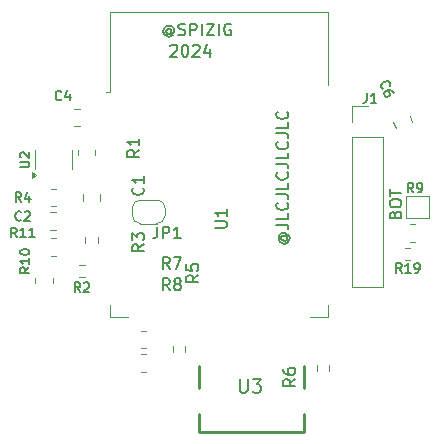
<source format=gbr>
%TF.GenerationSoftware,KiCad,Pcbnew,8.0.0*%
%TF.CreationDate,2024-03-22T20:52:57+01:00*%
%TF.ProjectId,rotatror,726f7461-7472-46f7-922e-6b696361645f,rev?*%
%TF.SameCoordinates,Original*%
%TF.FileFunction,Legend,Top*%
%TF.FilePolarity,Positive*%
%FSLAX46Y46*%
G04 Gerber Fmt 4.6, Leading zero omitted, Abs format (unit mm)*
G04 Created by KiCad (PCBNEW 8.0.0) date 2024-03-22 20:52:57*
%MOMM*%
%LPD*%
G01*
G04 APERTURE LIST*
%ADD10C,0.150000*%
%ADD11C,0.152000*%
%ADD12C,0.120000*%
%ADD13C,0.254000*%
G04 APERTURE END LIST*
D10*
X119393628Y-82844173D02*
X119346009Y-82891792D01*
X119346009Y-82891792D02*
X119298390Y-82987030D01*
X119298390Y-82987030D02*
X119298390Y-83082268D01*
X119298390Y-83082268D02*
X119346009Y-83177506D01*
X119346009Y-83177506D02*
X119393628Y-83225125D01*
X119393628Y-83225125D02*
X119488866Y-83272744D01*
X119488866Y-83272744D02*
X119584104Y-83272744D01*
X119584104Y-83272744D02*
X119679342Y-83225125D01*
X119679342Y-83225125D02*
X119726961Y-83177506D01*
X119726961Y-83177506D02*
X119774580Y-83082268D01*
X119774580Y-83082268D02*
X119774580Y-82987030D01*
X119774580Y-82987030D02*
X119726961Y-82891792D01*
X119726961Y-82891792D02*
X119679342Y-82844173D01*
X119298390Y-82844173D02*
X119679342Y-82844173D01*
X119679342Y-82844173D02*
X119726961Y-82796554D01*
X119726961Y-82796554D02*
X119726961Y-82748935D01*
X119726961Y-82748935D02*
X119679342Y-82653696D01*
X119679342Y-82653696D02*
X119584104Y-82606077D01*
X119584104Y-82606077D02*
X119346009Y-82606077D01*
X119346009Y-82606077D02*
X119203152Y-82701316D01*
X119203152Y-82701316D02*
X119107914Y-82844173D01*
X119107914Y-82844173D02*
X119060295Y-83034649D01*
X119060295Y-83034649D02*
X119107914Y-83225125D01*
X119107914Y-83225125D02*
X119203152Y-83367982D01*
X119203152Y-83367982D02*
X119346009Y-83463220D01*
X119346009Y-83463220D02*
X119536485Y-83510839D01*
X119536485Y-83510839D02*
X119726961Y-83463220D01*
X119726961Y-83463220D02*
X119869819Y-83367982D01*
X119869819Y-83367982D02*
X119965057Y-83225125D01*
X119965057Y-83225125D02*
X120012676Y-83034649D01*
X120012676Y-83034649D02*
X119965057Y-82844173D01*
X119965057Y-82844173D02*
X119869819Y-82701316D01*
X118869819Y-81891792D02*
X119584104Y-81891792D01*
X119584104Y-81891792D02*
X119726961Y-81939411D01*
X119726961Y-81939411D02*
X119822200Y-82034649D01*
X119822200Y-82034649D02*
X119869819Y-82177506D01*
X119869819Y-82177506D02*
X119869819Y-82272744D01*
X119869819Y-80939411D02*
X119869819Y-81415601D01*
X119869819Y-81415601D02*
X118869819Y-81415601D01*
X119774580Y-80034649D02*
X119822200Y-80082268D01*
X119822200Y-80082268D02*
X119869819Y-80225125D01*
X119869819Y-80225125D02*
X119869819Y-80320363D01*
X119869819Y-80320363D02*
X119822200Y-80463220D01*
X119822200Y-80463220D02*
X119726961Y-80558458D01*
X119726961Y-80558458D02*
X119631723Y-80606077D01*
X119631723Y-80606077D02*
X119441247Y-80653696D01*
X119441247Y-80653696D02*
X119298390Y-80653696D01*
X119298390Y-80653696D02*
X119107914Y-80606077D01*
X119107914Y-80606077D02*
X119012676Y-80558458D01*
X119012676Y-80558458D02*
X118917438Y-80463220D01*
X118917438Y-80463220D02*
X118869819Y-80320363D01*
X118869819Y-80320363D02*
X118869819Y-80225125D01*
X118869819Y-80225125D02*
X118917438Y-80082268D01*
X118917438Y-80082268D02*
X118965057Y-80034649D01*
X118869819Y-79320363D02*
X119584104Y-79320363D01*
X119584104Y-79320363D02*
X119726961Y-79367982D01*
X119726961Y-79367982D02*
X119822200Y-79463220D01*
X119822200Y-79463220D02*
X119869819Y-79606077D01*
X119869819Y-79606077D02*
X119869819Y-79701315D01*
X119869819Y-78367982D02*
X119869819Y-78844172D01*
X119869819Y-78844172D02*
X118869819Y-78844172D01*
X119774580Y-77463220D02*
X119822200Y-77510839D01*
X119822200Y-77510839D02*
X119869819Y-77653696D01*
X119869819Y-77653696D02*
X119869819Y-77748934D01*
X119869819Y-77748934D02*
X119822200Y-77891791D01*
X119822200Y-77891791D02*
X119726961Y-77987029D01*
X119726961Y-77987029D02*
X119631723Y-78034648D01*
X119631723Y-78034648D02*
X119441247Y-78082267D01*
X119441247Y-78082267D02*
X119298390Y-78082267D01*
X119298390Y-78082267D02*
X119107914Y-78034648D01*
X119107914Y-78034648D02*
X119012676Y-77987029D01*
X119012676Y-77987029D02*
X118917438Y-77891791D01*
X118917438Y-77891791D02*
X118869819Y-77748934D01*
X118869819Y-77748934D02*
X118869819Y-77653696D01*
X118869819Y-77653696D02*
X118917438Y-77510839D01*
X118917438Y-77510839D02*
X118965057Y-77463220D01*
X118869819Y-76748934D02*
X119584104Y-76748934D01*
X119584104Y-76748934D02*
X119726961Y-76796553D01*
X119726961Y-76796553D02*
X119822200Y-76891791D01*
X119822200Y-76891791D02*
X119869819Y-77034648D01*
X119869819Y-77034648D02*
X119869819Y-77129886D01*
X119869819Y-75796553D02*
X119869819Y-76272743D01*
X119869819Y-76272743D02*
X118869819Y-76272743D01*
X119774580Y-74891791D02*
X119822200Y-74939410D01*
X119822200Y-74939410D02*
X119869819Y-75082267D01*
X119869819Y-75082267D02*
X119869819Y-75177505D01*
X119869819Y-75177505D02*
X119822200Y-75320362D01*
X119822200Y-75320362D02*
X119726961Y-75415600D01*
X119726961Y-75415600D02*
X119631723Y-75463219D01*
X119631723Y-75463219D02*
X119441247Y-75510838D01*
X119441247Y-75510838D02*
X119298390Y-75510838D01*
X119298390Y-75510838D02*
X119107914Y-75463219D01*
X119107914Y-75463219D02*
X119012676Y-75415600D01*
X119012676Y-75415600D02*
X118917438Y-75320362D01*
X118917438Y-75320362D02*
X118869819Y-75177505D01*
X118869819Y-75177505D02*
X118869819Y-75082267D01*
X118869819Y-75082267D02*
X118917438Y-74939410D01*
X118917438Y-74939410D02*
X118965057Y-74891791D01*
X118869819Y-74177505D02*
X119584104Y-74177505D01*
X119584104Y-74177505D02*
X119726961Y-74225124D01*
X119726961Y-74225124D02*
X119822200Y-74320362D01*
X119822200Y-74320362D02*
X119869819Y-74463219D01*
X119869819Y-74463219D02*
X119869819Y-74558457D01*
X119869819Y-73225124D02*
X119869819Y-73701314D01*
X119869819Y-73701314D02*
X118869819Y-73701314D01*
X119774580Y-72320362D02*
X119822200Y-72367981D01*
X119822200Y-72367981D02*
X119869819Y-72510838D01*
X119869819Y-72510838D02*
X119869819Y-72606076D01*
X119869819Y-72606076D02*
X119822200Y-72748933D01*
X119822200Y-72748933D02*
X119726961Y-72844171D01*
X119726961Y-72844171D02*
X119631723Y-72891790D01*
X119631723Y-72891790D02*
X119441247Y-72939409D01*
X119441247Y-72939409D02*
X119298390Y-72939409D01*
X119298390Y-72939409D02*
X119107914Y-72891790D01*
X119107914Y-72891790D02*
X119012676Y-72844171D01*
X119012676Y-72844171D02*
X118917438Y-72748933D01*
X118917438Y-72748933D02*
X118869819Y-72606076D01*
X118869819Y-72606076D02*
X118869819Y-72510838D01*
X118869819Y-72510838D02*
X118917438Y-72367981D01*
X118917438Y-72367981D02*
X118965057Y-72320362D01*
X109955826Y-65393628D02*
X109908207Y-65346009D01*
X109908207Y-65346009D02*
X109812969Y-65298390D01*
X109812969Y-65298390D02*
X109717731Y-65298390D01*
X109717731Y-65298390D02*
X109622493Y-65346009D01*
X109622493Y-65346009D02*
X109574874Y-65393628D01*
X109574874Y-65393628D02*
X109527255Y-65488866D01*
X109527255Y-65488866D02*
X109527255Y-65584104D01*
X109527255Y-65584104D02*
X109574874Y-65679342D01*
X109574874Y-65679342D02*
X109622493Y-65726961D01*
X109622493Y-65726961D02*
X109717731Y-65774580D01*
X109717731Y-65774580D02*
X109812969Y-65774580D01*
X109812969Y-65774580D02*
X109908207Y-65726961D01*
X109908207Y-65726961D02*
X109955826Y-65679342D01*
X109955826Y-65298390D02*
X109955826Y-65679342D01*
X109955826Y-65679342D02*
X110003445Y-65726961D01*
X110003445Y-65726961D02*
X110051064Y-65726961D01*
X110051064Y-65726961D02*
X110146303Y-65679342D01*
X110146303Y-65679342D02*
X110193922Y-65584104D01*
X110193922Y-65584104D02*
X110193922Y-65346009D01*
X110193922Y-65346009D02*
X110098684Y-65203152D01*
X110098684Y-65203152D02*
X109955826Y-65107914D01*
X109955826Y-65107914D02*
X109765350Y-65060295D01*
X109765350Y-65060295D02*
X109574874Y-65107914D01*
X109574874Y-65107914D02*
X109432017Y-65203152D01*
X109432017Y-65203152D02*
X109336779Y-65346009D01*
X109336779Y-65346009D02*
X109289160Y-65536485D01*
X109289160Y-65536485D02*
X109336779Y-65726961D01*
X109336779Y-65726961D02*
X109432017Y-65869819D01*
X109432017Y-65869819D02*
X109574874Y-65965057D01*
X109574874Y-65965057D02*
X109765350Y-66012676D01*
X109765350Y-66012676D02*
X109955826Y-65965057D01*
X109955826Y-65965057D02*
X110098684Y-65869819D01*
X110574874Y-65822200D02*
X110717731Y-65869819D01*
X110717731Y-65869819D02*
X110955826Y-65869819D01*
X110955826Y-65869819D02*
X111051064Y-65822200D01*
X111051064Y-65822200D02*
X111098683Y-65774580D01*
X111098683Y-65774580D02*
X111146302Y-65679342D01*
X111146302Y-65679342D02*
X111146302Y-65584104D01*
X111146302Y-65584104D02*
X111098683Y-65488866D01*
X111098683Y-65488866D02*
X111051064Y-65441247D01*
X111051064Y-65441247D02*
X110955826Y-65393628D01*
X110955826Y-65393628D02*
X110765350Y-65346009D01*
X110765350Y-65346009D02*
X110670112Y-65298390D01*
X110670112Y-65298390D02*
X110622493Y-65250771D01*
X110622493Y-65250771D02*
X110574874Y-65155533D01*
X110574874Y-65155533D02*
X110574874Y-65060295D01*
X110574874Y-65060295D02*
X110622493Y-64965057D01*
X110622493Y-64965057D02*
X110670112Y-64917438D01*
X110670112Y-64917438D02*
X110765350Y-64869819D01*
X110765350Y-64869819D02*
X111003445Y-64869819D01*
X111003445Y-64869819D02*
X111146302Y-64917438D01*
X111574874Y-65869819D02*
X111574874Y-64869819D01*
X111574874Y-64869819D02*
X111955826Y-64869819D01*
X111955826Y-64869819D02*
X112051064Y-64917438D01*
X112051064Y-64917438D02*
X112098683Y-64965057D01*
X112098683Y-64965057D02*
X112146302Y-65060295D01*
X112146302Y-65060295D02*
X112146302Y-65203152D01*
X112146302Y-65203152D02*
X112098683Y-65298390D01*
X112098683Y-65298390D02*
X112051064Y-65346009D01*
X112051064Y-65346009D02*
X111955826Y-65393628D01*
X111955826Y-65393628D02*
X111574874Y-65393628D01*
X112574874Y-65869819D02*
X112574874Y-64869819D01*
X112955826Y-64869819D02*
X113622492Y-64869819D01*
X113622492Y-64869819D02*
X112955826Y-65869819D01*
X112955826Y-65869819D02*
X113622492Y-65869819D01*
X114003445Y-65869819D02*
X114003445Y-64869819D01*
X115003444Y-64917438D02*
X114908206Y-64869819D01*
X114908206Y-64869819D02*
X114765349Y-64869819D01*
X114765349Y-64869819D02*
X114622492Y-64917438D01*
X114622492Y-64917438D02*
X114527254Y-65012676D01*
X114527254Y-65012676D02*
X114479635Y-65107914D01*
X114479635Y-65107914D02*
X114432016Y-65298390D01*
X114432016Y-65298390D02*
X114432016Y-65441247D01*
X114432016Y-65441247D02*
X114479635Y-65631723D01*
X114479635Y-65631723D02*
X114527254Y-65726961D01*
X114527254Y-65726961D02*
X114622492Y-65822200D01*
X114622492Y-65822200D02*
X114765349Y-65869819D01*
X114765349Y-65869819D02*
X114860587Y-65869819D01*
X114860587Y-65869819D02*
X115003444Y-65822200D01*
X115003444Y-65822200D02*
X115051063Y-65774580D01*
X115051063Y-65774580D02*
X115051063Y-65441247D01*
X115051063Y-65441247D02*
X114860587Y-65441247D01*
X109889160Y-66765057D02*
X109936779Y-66717438D01*
X109936779Y-66717438D02*
X110032017Y-66669819D01*
X110032017Y-66669819D02*
X110270112Y-66669819D01*
X110270112Y-66669819D02*
X110365350Y-66717438D01*
X110365350Y-66717438D02*
X110412969Y-66765057D01*
X110412969Y-66765057D02*
X110460588Y-66860295D01*
X110460588Y-66860295D02*
X110460588Y-66955533D01*
X110460588Y-66955533D02*
X110412969Y-67098390D01*
X110412969Y-67098390D02*
X109841541Y-67669819D01*
X109841541Y-67669819D02*
X110460588Y-67669819D01*
X111079636Y-66669819D02*
X111174874Y-66669819D01*
X111174874Y-66669819D02*
X111270112Y-66717438D01*
X111270112Y-66717438D02*
X111317731Y-66765057D01*
X111317731Y-66765057D02*
X111365350Y-66860295D01*
X111365350Y-66860295D02*
X111412969Y-67050771D01*
X111412969Y-67050771D02*
X111412969Y-67288866D01*
X111412969Y-67288866D02*
X111365350Y-67479342D01*
X111365350Y-67479342D02*
X111317731Y-67574580D01*
X111317731Y-67574580D02*
X111270112Y-67622200D01*
X111270112Y-67622200D02*
X111174874Y-67669819D01*
X111174874Y-67669819D02*
X111079636Y-67669819D01*
X111079636Y-67669819D02*
X110984398Y-67622200D01*
X110984398Y-67622200D02*
X110936779Y-67574580D01*
X110936779Y-67574580D02*
X110889160Y-67479342D01*
X110889160Y-67479342D02*
X110841541Y-67288866D01*
X110841541Y-67288866D02*
X110841541Y-67050771D01*
X110841541Y-67050771D02*
X110889160Y-66860295D01*
X110889160Y-66860295D02*
X110936779Y-66765057D01*
X110936779Y-66765057D02*
X110984398Y-66717438D01*
X110984398Y-66717438D02*
X111079636Y-66669819D01*
X111793922Y-66765057D02*
X111841541Y-66717438D01*
X111841541Y-66717438D02*
X111936779Y-66669819D01*
X111936779Y-66669819D02*
X112174874Y-66669819D01*
X112174874Y-66669819D02*
X112270112Y-66717438D01*
X112270112Y-66717438D02*
X112317731Y-66765057D01*
X112317731Y-66765057D02*
X112365350Y-66860295D01*
X112365350Y-66860295D02*
X112365350Y-66955533D01*
X112365350Y-66955533D02*
X112317731Y-67098390D01*
X112317731Y-67098390D02*
X111746303Y-67669819D01*
X111746303Y-67669819D02*
X112365350Y-67669819D01*
X113222493Y-67003152D02*
X113222493Y-67669819D01*
X112984398Y-66622200D02*
X112746303Y-67336485D01*
X112746303Y-67336485D02*
X113365350Y-67336485D01*
X129485714Y-85962295D02*
X129219047Y-85581342D01*
X129028571Y-85962295D02*
X129028571Y-85162295D01*
X129028571Y-85162295D02*
X129333333Y-85162295D01*
X129333333Y-85162295D02*
X129409523Y-85200390D01*
X129409523Y-85200390D02*
X129447618Y-85238485D01*
X129447618Y-85238485D02*
X129485714Y-85314676D01*
X129485714Y-85314676D02*
X129485714Y-85428961D01*
X129485714Y-85428961D02*
X129447618Y-85505152D01*
X129447618Y-85505152D02*
X129409523Y-85543247D01*
X129409523Y-85543247D02*
X129333333Y-85581342D01*
X129333333Y-85581342D02*
X129028571Y-85581342D01*
X130247618Y-85962295D02*
X129790475Y-85962295D01*
X130019047Y-85962295D02*
X130019047Y-85162295D01*
X130019047Y-85162295D02*
X129942856Y-85276580D01*
X129942856Y-85276580D02*
X129866666Y-85352771D01*
X129866666Y-85352771D02*
X129790475Y-85390866D01*
X130628571Y-85962295D02*
X130780952Y-85962295D01*
X130780952Y-85962295D02*
X130857142Y-85924200D01*
X130857142Y-85924200D02*
X130895238Y-85886104D01*
X130895238Y-85886104D02*
X130971428Y-85771819D01*
X130971428Y-85771819D02*
X131009523Y-85619438D01*
X131009523Y-85619438D02*
X131009523Y-85314676D01*
X131009523Y-85314676D02*
X130971428Y-85238485D01*
X130971428Y-85238485D02*
X130933333Y-85200390D01*
X130933333Y-85200390D02*
X130857142Y-85162295D01*
X130857142Y-85162295D02*
X130704761Y-85162295D01*
X130704761Y-85162295D02*
X130628571Y-85200390D01*
X130628571Y-85200390D02*
X130590476Y-85238485D01*
X130590476Y-85238485D02*
X130552380Y-85314676D01*
X130552380Y-85314676D02*
X130552380Y-85505152D01*
X130552380Y-85505152D02*
X130590476Y-85581342D01*
X130590476Y-85581342D02*
X130628571Y-85619438D01*
X130628571Y-85619438D02*
X130704761Y-85657533D01*
X130704761Y-85657533D02*
X130857142Y-85657533D01*
X130857142Y-85657533D02*
X130933333Y-85619438D01*
X130933333Y-85619438D02*
X130971428Y-85581342D01*
X130971428Y-85581342D02*
X131009523Y-85505152D01*
X108766666Y-82054819D02*
X108766666Y-82769104D01*
X108766666Y-82769104D02*
X108719047Y-82911961D01*
X108719047Y-82911961D02*
X108623809Y-83007200D01*
X108623809Y-83007200D02*
X108480952Y-83054819D01*
X108480952Y-83054819D02*
X108385714Y-83054819D01*
X109242857Y-83054819D02*
X109242857Y-82054819D01*
X109242857Y-82054819D02*
X109623809Y-82054819D01*
X109623809Y-82054819D02*
X109719047Y-82102438D01*
X109719047Y-82102438D02*
X109766666Y-82150057D01*
X109766666Y-82150057D02*
X109814285Y-82245295D01*
X109814285Y-82245295D02*
X109814285Y-82388152D01*
X109814285Y-82388152D02*
X109766666Y-82483390D01*
X109766666Y-82483390D02*
X109719047Y-82531009D01*
X109719047Y-82531009D02*
X109623809Y-82578628D01*
X109623809Y-82578628D02*
X109242857Y-82578628D01*
X110766666Y-83054819D02*
X110195238Y-83054819D01*
X110480952Y-83054819D02*
X110480952Y-82054819D01*
X110480952Y-82054819D02*
X110385714Y-82197676D01*
X110385714Y-82197676D02*
X110290476Y-82292914D01*
X110290476Y-82292914D02*
X110195238Y-82340533D01*
X127885546Y-70372561D02*
X127836719Y-70349793D01*
X127836719Y-70349793D02*
X127761833Y-70255429D01*
X127761833Y-70255429D02*
X127735775Y-70183833D01*
X127735775Y-70183833D02*
X127732485Y-70063410D01*
X127732485Y-70063410D02*
X127778021Y-69965756D01*
X127778021Y-69965756D02*
X127836588Y-69903899D01*
X127836588Y-69903899D02*
X127966750Y-69815984D01*
X127966750Y-69815984D02*
X128074143Y-69776896D01*
X128074143Y-69776896D02*
X128230364Y-69760577D01*
X128230364Y-69760577D02*
X128314989Y-69770316D01*
X128314989Y-69770316D02*
X128412643Y-69815853D01*
X128412643Y-69815853D02*
X128487529Y-69910217D01*
X128487529Y-69910217D02*
X128513588Y-69981812D01*
X128513588Y-69981812D02*
X128516878Y-70102235D01*
X128516878Y-70102235D02*
X128494109Y-70151062D01*
X128800233Y-70769364D02*
X128748116Y-70626173D01*
X128748116Y-70626173D02*
X128686259Y-70567607D01*
X128686259Y-70567607D02*
X128637432Y-70544838D01*
X128637432Y-70544838D02*
X128503980Y-70512331D01*
X128503980Y-70512331D02*
X128347759Y-70528650D01*
X128347759Y-70528650D02*
X128061377Y-70632885D01*
X128061377Y-70632885D02*
X128002810Y-70694741D01*
X128002810Y-70694741D02*
X127980042Y-70743569D01*
X127980042Y-70743569D02*
X127970303Y-70828194D01*
X127970303Y-70828194D02*
X128022420Y-70971385D01*
X128022420Y-70971385D02*
X128084277Y-71029951D01*
X128084277Y-71029951D02*
X128133104Y-71052720D01*
X128133104Y-71052720D02*
X128217729Y-71062459D01*
X128217729Y-71062459D02*
X128396718Y-70997312D01*
X128396718Y-70997312D02*
X128455284Y-70935456D01*
X128455284Y-70935456D02*
X128478053Y-70886628D01*
X128478053Y-70886628D02*
X128487792Y-70802003D01*
X128487792Y-70802003D02*
X128435674Y-70658812D01*
X128435674Y-70658812D02*
X128373818Y-70600246D01*
X128373818Y-70600246D02*
X128324991Y-70577477D01*
X128324991Y-70577477D02*
X128240366Y-70567738D01*
X97162295Y-77009523D02*
X97809914Y-77009523D01*
X97809914Y-77009523D02*
X97886104Y-76971428D01*
X97886104Y-76971428D02*
X97924200Y-76933333D01*
X97924200Y-76933333D02*
X97962295Y-76857142D01*
X97962295Y-76857142D02*
X97962295Y-76704761D01*
X97962295Y-76704761D02*
X97924200Y-76628571D01*
X97924200Y-76628571D02*
X97886104Y-76590476D01*
X97886104Y-76590476D02*
X97809914Y-76552380D01*
X97809914Y-76552380D02*
X97162295Y-76552380D01*
X97238485Y-76209524D02*
X97200390Y-76171428D01*
X97200390Y-76171428D02*
X97162295Y-76095238D01*
X97162295Y-76095238D02*
X97162295Y-75904762D01*
X97162295Y-75904762D02*
X97200390Y-75828571D01*
X97200390Y-75828571D02*
X97238485Y-75790476D01*
X97238485Y-75790476D02*
X97314676Y-75752381D01*
X97314676Y-75752381D02*
X97390866Y-75752381D01*
X97390866Y-75752381D02*
X97505152Y-75790476D01*
X97505152Y-75790476D02*
X97962295Y-76247619D01*
X97962295Y-76247619D02*
X97962295Y-75752381D01*
X112254819Y-86166666D02*
X111778628Y-86499999D01*
X112254819Y-86738094D02*
X111254819Y-86738094D01*
X111254819Y-86738094D02*
X111254819Y-86357142D01*
X111254819Y-86357142D02*
X111302438Y-86261904D01*
X111302438Y-86261904D02*
X111350057Y-86214285D01*
X111350057Y-86214285D02*
X111445295Y-86166666D01*
X111445295Y-86166666D02*
X111588152Y-86166666D01*
X111588152Y-86166666D02*
X111683390Y-86214285D01*
X111683390Y-86214285D02*
X111731009Y-86261904D01*
X111731009Y-86261904D02*
X111778628Y-86357142D01*
X111778628Y-86357142D02*
X111778628Y-86738094D01*
X111254819Y-85261904D02*
X111254819Y-85738094D01*
X111254819Y-85738094D02*
X111731009Y-85785713D01*
X111731009Y-85785713D02*
X111683390Y-85738094D01*
X111683390Y-85738094D02*
X111635771Y-85642856D01*
X111635771Y-85642856D02*
X111635771Y-85404761D01*
X111635771Y-85404761D02*
X111683390Y-85309523D01*
X111683390Y-85309523D02*
X111731009Y-85261904D01*
X111731009Y-85261904D02*
X111826247Y-85214285D01*
X111826247Y-85214285D02*
X112064342Y-85214285D01*
X112064342Y-85214285D02*
X112159580Y-85261904D01*
X112159580Y-85261904D02*
X112207200Y-85309523D01*
X112207200Y-85309523D02*
X112254819Y-85404761D01*
X112254819Y-85404761D02*
X112254819Y-85642856D01*
X112254819Y-85642856D02*
X112207200Y-85738094D01*
X112207200Y-85738094D02*
X112159580Y-85785713D01*
X97962295Y-85514285D02*
X97581342Y-85780952D01*
X97962295Y-85971428D02*
X97162295Y-85971428D01*
X97162295Y-85971428D02*
X97162295Y-85666666D01*
X97162295Y-85666666D02*
X97200390Y-85590476D01*
X97200390Y-85590476D02*
X97238485Y-85552381D01*
X97238485Y-85552381D02*
X97314676Y-85514285D01*
X97314676Y-85514285D02*
X97428961Y-85514285D01*
X97428961Y-85514285D02*
X97505152Y-85552381D01*
X97505152Y-85552381D02*
X97543247Y-85590476D01*
X97543247Y-85590476D02*
X97581342Y-85666666D01*
X97581342Y-85666666D02*
X97581342Y-85971428D01*
X97962295Y-84752381D02*
X97962295Y-85209524D01*
X97962295Y-84980952D02*
X97162295Y-84980952D01*
X97162295Y-84980952D02*
X97276580Y-85057143D01*
X97276580Y-85057143D02*
X97352771Y-85133333D01*
X97352771Y-85133333D02*
X97390866Y-85209524D01*
X97162295Y-84257142D02*
X97162295Y-84180952D01*
X97162295Y-84180952D02*
X97200390Y-84104761D01*
X97200390Y-84104761D02*
X97238485Y-84066666D01*
X97238485Y-84066666D02*
X97314676Y-84028571D01*
X97314676Y-84028571D02*
X97467057Y-83990476D01*
X97467057Y-83990476D02*
X97657533Y-83990476D01*
X97657533Y-83990476D02*
X97809914Y-84028571D01*
X97809914Y-84028571D02*
X97886104Y-84066666D01*
X97886104Y-84066666D02*
X97924200Y-84104761D01*
X97924200Y-84104761D02*
X97962295Y-84180952D01*
X97962295Y-84180952D02*
X97962295Y-84257142D01*
X97962295Y-84257142D02*
X97924200Y-84333333D01*
X97924200Y-84333333D02*
X97886104Y-84371428D01*
X97886104Y-84371428D02*
X97809914Y-84409523D01*
X97809914Y-84409523D02*
X97657533Y-84447619D01*
X97657533Y-84447619D02*
X97467057Y-84447619D01*
X97467057Y-84447619D02*
X97314676Y-84409523D01*
X97314676Y-84409523D02*
X97238485Y-84371428D01*
X97238485Y-84371428D02*
X97200390Y-84333333D01*
X97200390Y-84333333D02*
X97162295Y-84257142D01*
X130466667Y-79162295D02*
X130200000Y-78781342D01*
X130009524Y-79162295D02*
X130009524Y-78362295D01*
X130009524Y-78362295D02*
X130314286Y-78362295D01*
X130314286Y-78362295D02*
X130390476Y-78400390D01*
X130390476Y-78400390D02*
X130428571Y-78438485D01*
X130428571Y-78438485D02*
X130466667Y-78514676D01*
X130466667Y-78514676D02*
X130466667Y-78628961D01*
X130466667Y-78628961D02*
X130428571Y-78705152D01*
X130428571Y-78705152D02*
X130390476Y-78743247D01*
X130390476Y-78743247D02*
X130314286Y-78781342D01*
X130314286Y-78781342D02*
X130009524Y-78781342D01*
X130847619Y-79162295D02*
X131000000Y-79162295D01*
X131000000Y-79162295D02*
X131076190Y-79124200D01*
X131076190Y-79124200D02*
X131114286Y-79086104D01*
X131114286Y-79086104D02*
X131190476Y-78971819D01*
X131190476Y-78971819D02*
X131228571Y-78819438D01*
X131228571Y-78819438D02*
X131228571Y-78514676D01*
X131228571Y-78514676D02*
X131190476Y-78438485D01*
X131190476Y-78438485D02*
X131152381Y-78400390D01*
X131152381Y-78400390D02*
X131076190Y-78362295D01*
X131076190Y-78362295D02*
X130923809Y-78362295D01*
X130923809Y-78362295D02*
X130847619Y-78400390D01*
X130847619Y-78400390D02*
X130809524Y-78438485D01*
X130809524Y-78438485D02*
X130771428Y-78514676D01*
X130771428Y-78514676D02*
X130771428Y-78705152D01*
X130771428Y-78705152D02*
X130809524Y-78781342D01*
X130809524Y-78781342D02*
X130847619Y-78819438D01*
X130847619Y-78819438D02*
X130923809Y-78857533D01*
X130923809Y-78857533D02*
X131076190Y-78857533D01*
X131076190Y-78857533D02*
X131152381Y-78819438D01*
X131152381Y-78819438D02*
X131190476Y-78781342D01*
X131190476Y-78781342D02*
X131228571Y-78705152D01*
D11*
X115772142Y-94977869D02*
X115772142Y-95903155D01*
X115772142Y-95903155D02*
X115826571Y-96012012D01*
X115826571Y-96012012D02*
X115881000Y-96066441D01*
X115881000Y-96066441D02*
X115989857Y-96120869D01*
X115989857Y-96120869D02*
X116207571Y-96120869D01*
X116207571Y-96120869D02*
X116316428Y-96066441D01*
X116316428Y-96066441D02*
X116370857Y-96012012D01*
X116370857Y-96012012D02*
X116425285Y-95903155D01*
X116425285Y-95903155D02*
X116425285Y-94977869D01*
X116860714Y-94977869D02*
X117568286Y-94977869D01*
X117568286Y-94977869D02*
X117187286Y-95413298D01*
X117187286Y-95413298D02*
X117350571Y-95413298D01*
X117350571Y-95413298D02*
X117459429Y-95467726D01*
X117459429Y-95467726D02*
X117513857Y-95522155D01*
X117513857Y-95522155D02*
X117568286Y-95631012D01*
X117568286Y-95631012D02*
X117568286Y-95903155D01*
X117568286Y-95903155D02*
X117513857Y-96012012D01*
X117513857Y-96012012D02*
X117459429Y-96066441D01*
X117459429Y-96066441D02*
X117350571Y-96120869D01*
X117350571Y-96120869D02*
X117024000Y-96120869D01*
X117024000Y-96120869D02*
X116915143Y-96066441D01*
X116915143Y-96066441D02*
X116860714Y-96012012D01*
D10*
X107254819Y-75566666D02*
X106778628Y-75899999D01*
X107254819Y-76138094D02*
X106254819Y-76138094D01*
X106254819Y-76138094D02*
X106254819Y-75757142D01*
X106254819Y-75757142D02*
X106302438Y-75661904D01*
X106302438Y-75661904D02*
X106350057Y-75614285D01*
X106350057Y-75614285D02*
X106445295Y-75566666D01*
X106445295Y-75566666D02*
X106588152Y-75566666D01*
X106588152Y-75566666D02*
X106683390Y-75614285D01*
X106683390Y-75614285D02*
X106731009Y-75661904D01*
X106731009Y-75661904D02*
X106778628Y-75757142D01*
X106778628Y-75757142D02*
X106778628Y-76138094D01*
X107254819Y-74614285D02*
X107254819Y-75185713D01*
X107254819Y-74899999D02*
X106254819Y-74899999D01*
X106254819Y-74899999D02*
X106397676Y-74995237D01*
X106397676Y-74995237D02*
X106492914Y-75090475D01*
X106492914Y-75090475D02*
X106540533Y-75185713D01*
X107559580Y-78766666D02*
X107607200Y-78814285D01*
X107607200Y-78814285D02*
X107654819Y-78957142D01*
X107654819Y-78957142D02*
X107654819Y-79052380D01*
X107654819Y-79052380D02*
X107607200Y-79195237D01*
X107607200Y-79195237D02*
X107511961Y-79290475D01*
X107511961Y-79290475D02*
X107416723Y-79338094D01*
X107416723Y-79338094D02*
X107226247Y-79385713D01*
X107226247Y-79385713D02*
X107083390Y-79385713D01*
X107083390Y-79385713D02*
X106892914Y-79338094D01*
X106892914Y-79338094D02*
X106797676Y-79290475D01*
X106797676Y-79290475D02*
X106702438Y-79195237D01*
X106702438Y-79195237D02*
X106654819Y-79052380D01*
X106654819Y-79052380D02*
X106654819Y-78957142D01*
X106654819Y-78957142D02*
X106702438Y-78814285D01*
X106702438Y-78814285D02*
X106750057Y-78766666D01*
X107654819Y-77814285D02*
X107654819Y-78385713D01*
X107654819Y-78099999D02*
X106654819Y-78099999D01*
X106654819Y-78099999D02*
X106797676Y-78195237D01*
X106797676Y-78195237D02*
X106892914Y-78290475D01*
X106892914Y-78290475D02*
X106940533Y-78385713D01*
X126533333Y-70762295D02*
X126533333Y-71333723D01*
X126533333Y-71333723D02*
X126495238Y-71448009D01*
X126495238Y-71448009D02*
X126419047Y-71524200D01*
X126419047Y-71524200D02*
X126304762Y-71562295D01*
X126304762Y-71562295D02*
X126228571Y-71562295D01*
X127333333Y-71562295D02*
X126876190Y-71562295D01*
X127104762Y-71562295D02*
X127104762Y-70762295D01*
X127104762Y-70762295D02*
X127028571Y-70876580D01*
X127028571Y-70876580D02*
X126952381Y-70952771D01*
X126952381Y-70952771D02*
X126876190Y-70990866D01*
X109833333Y-87454819D02*
X109500000Y-86978628D01*
X109261905Y-87454819D02*
X109261905Y-86454819D01*
X109261905Y-86454819D02*
X109642857Y-86454819D01*
X109642857Y-86454819D02*
X109738095Y-86502438D01*
X109738095Y-86502438D02*
X109785714Y-86550057D01*
X109785714Y-86550057D02*
X109833333Y-86645295D01*
X109833333Y-86645295D02*
X109833333Y-86788152D01*
X109833333Y-86788152D02*
X109785714Y-86883390D01*
X109785714Y-86883390D02*
X109738095Y-86931009D01*
X109738095Y-86931009D02*
X109642857Y-86978628D01*
X109642857Y-86978628D02*
X109261905Y-86978628D01*
X110404762Y-86883390D02*
X110309524Y-86835771D01*
X110309524Y-86835771D02*
X110261905Y-86788152D01*
X110261905Y-86788152D02*
X110214286Y-86692914D01*
X110214286Y-86692914D02*
X110214286Y-86645295D01*
X110214286Y-86645295D02*
X110261905Y-86550057D01*
X110261905Y-86550057D02*
X110309524Y-86502438D01*
X110309524Y-86502438D02*
X110404762Y-86454819D01*
X110404762Y-86454819D02*
X110595238Y-86454819D01*
X110595238Y-86454819D02*
X110690476Y-86502438D01*
X110690476Y-86502438D02*
X110738095Y-86550057D01*
X110738095Y-86550057D02*
X110785714Y-86645295D01*
X110785714Y-86645295D02*
X110785714Y-86692914D01*
X110785714Y-86692914D02*
X110738095Y-86788152D01*
X110738095Y-86788152D02*
X110690476Y-86835771D01*
X110690476Y-86835771D02*
X110595238Y-86883390D01*
X110595238Y-86883390D02*
X110404762Y-86883390D01*
X110404762Y-86883390D02*
X110309524Y-86931009D01*
X110309524Y-86931009D02*
X110261905Y-86978628D01*
X110261905Y-86978628D02*
X110214286Y-87073866D01*
X110214286Y-87073866D02*
X110214286Y-87264342D01*
X110214286Y-87264342D02*
X110261905Y-87359580D01*
X110261905Y-87359580D02*
X110309524Y-87407200D01*
X110309524Y-87407200D02*
X110404762Y-87454819D01*
X110404762Y-87454819D02*
X110595238Y-87454819D01*
X110595238Y-87454819D02*
X110690476Y-87407200D01*
X110690476Y-87407200D02*
X110738095Y-87359580D01*
X110738095Y-87359580D02*
X110785714Y-87264342D01*
X110785714Y-87264342D02*
X110785714Y-87073866D01*
X110785714Y-87073866D02*
X110738095Y-86978628D01*
X110738095Y-86978628D02*
X110690476Y-86931009D01*
X110690476Y-86931009D02*
X110595238Y-86883390D01*
X128931009Y-81033333D02*
X128978628Y-80890476D01*
X128978628Y-80890476D02*
X129026247Y-80842857D01*
X129026247Y-80842857D02*
X129121485Y-80795238D01*
X129121485Y-80795238D02*
X129264342Y-80795238D01*
X129264342Y-80795238D02*
X129359580Y-80842857D01*
X129359580Y-80842857D02*
X129407200Y-80890476D01*
X129407200Y-80890476D02*
X129454819Y-80985714D01*
X129454819Y-80985714D02*
X129454819Y-81366666D01*
X129454819Y-81366666D02*
X128454819Y-81366666D01*
X128454819Y-81366666D02*
X128454819Y-81033333D01*
X128454819Y-81033333D02*
X128502438Y-80938095D01*
X128502438Y-80938095D02*
X128550057Y-80890476D01*
X128550057Y-80890476D02*
X128645295Y-80842857D01*
X128645295Y-80842857D02*
X128740533Y-80842857D01*
X128740533Y-80842857D02*
X128835771Y-80890476D01*
X128835771Y-80890476D02*
X128883390Y-80938095D01*
X128883390Y-80938095D02*
X128931009Y-81033333D01*
X128931009Y-81033333D02*
X128931009Y-81366666D01*
X128454819Y-80176190D02*
X128454819Y-79985714D01*
X128454819Y-79985714D02*
X128502438Y-79890476D01*
X128502438Y-79890476D02*
X128597676Y-79795238D01*
X128597676Y-79795238D02*
X128788152Y-79747619D01*
X128788152Y-79747619D02*
X129121485Y-79747619D01*
X129121485Y-79747619D02*
X129311961Y-79795238D01*
X129311961Y-79795238D02*
X129407200Y-79890476D01*
X129407200Y-79890476D02*
X129454819Y-79985714D01*
X129454819Y-79985714D02*
X129454819Y-80176190D01*
X129454819Y-80176190D02*
X129407200Y-80271428D01*
X129407200Y-80271428D02*
X129311961Y-80366666D01*
X129311961Y-80366666D02*
X129121485Y-80414285D01*
X129121485Y-80414285D02*
X128788152Y-80414285D01*
X128788152Y-80414285D02*
X128597676Y-80366666D01*
X128597676Y-80366666D02*
X128502438Y-80271428D01*
X128502438Y-80271428D02*
X128454819Y-80176190D01*
X128454819Y-79461904D02*
X128454819Y-78890476D01*
X129454819Y-79176190D02*
X128454819Y-79176190D01*
X102266667Y-87592295D02*
X102000000Y-87211342D01*
X101809524Y-87592295D02*
X101809524Y-86792295D01*
X101809524Y-86792295D02*
X102114286Y-86792295D01*
X102114286Y-86792295D02*
X102190476Y-86830390D01*
X102190476Y-86830390D02*
X102228571Y-86868485D01*
X102228571Y-86868485D02*
X102266667Y-86944676D01*
X102266667Y-86944676D02*
X102266667Y-87058961D01*
X102266667Y-87058961D02*
X102228571Y-87135152D01*
X102228571Y-87135152D02*
X102190476Y-87173247D01*
X102190476Y-87173247D02*
X102114286Y-87211342D01*
X102114286Y-87211342D02*
X101809524Y-87211342D01*
X102571428Y-86868485D02*
X102609524Y-86830390D01*
X102609524Y-86830390D02*
X102685714Y-86792295D01*
X102685714Y-86792295D02*
X102876190Y-86792295D01*
X102876190Y-86792295D02*
X102952381Y-86830390D01*
X102952381Y-86830390D02*
X102990476Y-86868485D01*
X102990476Y-86868485D02*
X103028571Y-86944676D01*
X103028571Y-86944676D02*
X103028571Y-87020866D01*
X103028571Y-87020866D02*
X102990476Y-87135152D01*
X102990476Y-87135152D02*
X102533333Y-87592295D01*
X102533333Y-87592295D02*
X103028571Y-87592295D01*
X109833333Y-85654819D02*
X109500000Y-85178628D01*
X109261905Y-85654819D02*
X109261905Y-84654819D01*
X109261905Y-84654819D02*
X109642857Y-84654819D01*
X109642857Y-84654819D02*
X109738095Y-84702438D01*
X109738095Y-84702438D02*
X109785714Y-84750057D01*
X109785714Y-84750057D02*
X109833333Y-84845295D01*
X109833333Y-84845295D02*
X109833333Y-84988152D01*
X109833333Y-84988152D02*
X109785714Y-85083390D01*
X109785714Y-85083390D02*
X109738095Y-85131009D01*
X109738095Y-85131009D02*
X109642857Y-85178628D01*
X109642857Y-85178628D02*
X109261905Y-85178628D01*
X110166667Y-84654819D02*
X110833333Y-84654819D01*
X110833333Y-84654819D02*
X110404762Y-85654819D01*
X107654819Y-83566666D02*
X107178628Y-83899999D01*
X107654819Y-84138094D02*
X106654819Y-84138094D01*
X106654819Y-84138094D02*
X106654819Y-83757142D01*
X106654819Y-83757142D02*
X106702438Y-83661904D01*
X106702438Y-83661904D02*
X106750057Y-83614285D01*
X106750057Y-83614285D02*
X106845295Y-83566666D01*
X106845295Y-83566666D02*
X106988152Y-83566666D01*
X106988152Y-83566666D02*
X107083390Y-83614285D01*
X107083390Y-83614285D02*
X107131009Y-83661904D01*
X107131009Y-83661904D02*
X107178628Y-83757142D01*
X107178628Y-83757142D02*
X107178628Y-84138094D01*
X106654819Y-83233332D02*
X106654819Y-82614285D01*
X106654819Y-82614285D02*
X107035771Y-82947618D01*
X107035771Y-82947618D02*
X107035771Y-82804761D01*
X107035771Y-82804761D02*
X107083390Y-82709523D01*
X107083390Y-82709523D02*
X107131009Y-82661904D01*
X107131009Y-82661904D02*
X107226247Y-82614285D01*
X107226247Y-82614285D02*
X107464342Y-82614285D01*
X107464342Y-82614285D02*
X107559580Y-82661904D01*
X107559580Y-82661904D02*
X107607200Y-82709523D01*
X107607200Y-82709523D02*
X107654819Y-82804761D01*
X107654819Y-82804761D02*
X107654819Y-83090475D01*
X107654819Y-83090475D02*
X107607200Y-83185713D01*
X107607200Y-83185713D02*
X107559580Y-83233332D01*
X113654819Y-82161904D02*
X114464342Y-82161904D01*
X114464342Y-82161904D02*
X114559580Y-82114285D01*
X114559580Y-82114285D02*
X114607200Y-82066666D01*
X114607200Y-82066666D02*
X114654819Y-81971428D01*
X114654819Y-81971428D02*
X114654819Y-81780952D01*
X114654819Y-81780952D02*
X114607200Y-81685714D01*
X114607200Y-81685714D02*
X114559580Y-81638095D01*
X114559580Y-81638095D02*
X114464342Y-81590476D01*
X114464342Y-81590476D02*
X113654819Y-81590476D01*
X114654819Y-80590476D02*
X114654819Y-81161904D01*
X114654819Y-80876190D02*
X113654819Y-80876190D01*
X113654819Y-80876190D02*
X113797676Y-80971428D01*
X113797676Y-80971428D02*
X113892914Y-81066666D01*
X113892914Y-81066666D02*
X113940533Y-81161904D01*
X120454819Y-94966666D02*
X119978628Y-95299999D01*
X120454819Y-95538094D02*
X119454819Y-95538094D01*
X119454819Y-95538094D02*
X119454819Y-95157142D01*
X119454819Y-95157142D02*
X119502438Y-95061904D01*
X119502438Y-95061904D02*
X119550057Y-95014285D01*
X119550057Y-95014285D02*
X119645295Y-94966666D01*
X119645295Y-94966666D02*
X119788152Y-94966666D01*
X119788152Y-94966666D02*
X119883390Y-95014285D01*
X119883390Y-95014285D02*
X119931009Y-95061904D01*
X119931009Y-95061904D02*
X119978628Y-95157142D01*
X119978628Y-95157142D02*
X119978628Y-95538094D01*
X119454819Y-94109523D02*
X119454819Y-94299999D01*
X119454819Y-94299999D02*
X119502438Y-94395237D01*
X119502438Y-94395237D02*
X119550057Y-94442856D01*
X119550057Y-94442856D02*
X119692914Y-94538094D01*
X119692914Y-94538094D02*
X119883390Y-94585713D01*
X119883390Y-94585713D02*
X120264342Y-94585713D01*
X120264342Y-94585713D02*
X120359580Y-94538094D01*
X120359580Y-94538094D02*
X120407200Y-94490475D01*
X120407200Y-94490475D02*
X120454819Y-94395237D01*
X120454819Y-94395237D02*
X120454819Y-94204761D01*
X120454819Y-94204761D02*
X120407200Y-94109523D01*
X120407200Y-94109523D02*
X120359580Y-94061904D01*
X120359580Y-94061904D02*
X120264342Y-94014285D01*
X120264342Y-94014285D02*
X120026247Y-94014285D01*
X120026247Y-94014285D02*
X119931009Y-94061904D01*
X119931009Y-94061904D02*
X119883390Y-94109523D01*
X119883390Y-94109523D02*
X119835771Y-94204761D01*
X119835771Y-94204761D02*
X119835771Y-94395237D01*
X119835771Y-94395237D02*
X119883390Y-94490475D01*
X119883390Y-94490475D02*
X119931009Y-94538094D01*
X119931009Y-94538094D02*
X120026247Y-94585713D01*
X97266667Y-79962295D02*
X97000000Y-79581342D01*
X96809524Y-79962295D02*
X96809524Y-79162295D01*
X96809524Y-79162295D02*
X97114286Y-79162295D01*
X97114286Y-79162295D02*
X97190476Y-79200390D01*
X97190476Y-79200390D02*
X97228571Y-79238485D01*
X97228571Y-79238485D02*
X97266667Y-79314676D01*
X97266667Y-79314676D02*
X97266667Y-79428961D01*
X97266667Y-79428961D02*
X97228571Y-79505152D01*
X97228571Y-79505152D02*
X97190476Y-79543247D01*
X97190476Y-79543247D02*
X97114286Y-79581342D01*
X97114286Y-79581342D02*
X96809524Y-79581342D01*
X97952381Y-79428961D02*
X97952381Y-79962295D01*
X97761905Y-79124200D02*
X97571428Y-79695628D01*
X97571428Y-79695628D02*
X98066667Y-79695628D01*
X97266667Y-81486104D02*
X97228571Y-81524200D01*
X97228571Y-81524200D02*
X97114286Y-81562295D01*
X97114286Y-81562295D02*
X97038095Y-81562295D01*
X97038095Y-81562295D02*
X96923809Y-81524200D01*
X96923809Y-81524200D02*
X96847619Y-81448009D01*
X96847619Y-81448009D02*
X96809524Y-81371819D01*
X96809524Y-81371819D02*
X96771428Y-81219438D01*
X96771428Y-81219438D02*
X96771428Y-81105152D01*
X96771428Y-81105152D02*
X96809524Y-80952771D01*
X96809524Y-80952771D02*
X96847619Y-80876580D01*
X96847619Y-80876580D02*
X96923809Y-80800390D01*
X96923809Y-80800390D02*
X97038095Y-80762295D01*
X97038095Y-80762295D02*
X97114286Y-80762295D01*
X97114286Y-80762295D02*
X97228571Y-80800390D01*
X97228571Y-80800390D02*
X97266667Y-80838485D01*
X97571428Y-80838485D02*
X97609524Y-80800390D01*
X97609524Y-80800390D02*
X97685714Y-80762295D01*
X97685714Y-80762295D02*
X97876190Y-80762295D01*
X97876190Y-80762295D02*
X97952381Y-80800390D01*
X97952381Y-80800390D02*
X97990476Y-80838485D01*
X97990476Y-80838485D02*
X98028571Y-80914676D01*
X98028571Y-80914676D02*
X98028571Y-80990866D01*
X98028571Y-80990866D02*
X97990476Y-81105152D01*
X97990476Y-81105152D02*
X97533333Y-81562295D01*
X97533333Y-81562295D02*
X98028571Y-81562295D01*
X96885714Y-82962295D02*
X96619047Y-82581342D01*
X96428571Y-82962295D02*
X96428571Y-82162295D01*
X96428571Y-82162295D02*
X96733333Y-82162295D01*
X96733333Y-82162295D02*
X96809523Y-82200390D01*
X96809523Y-82200390D02*
X96847618Y-82238485D01*
X96847618Y-82238485D02*
X96885714Y-82314676D01*
X96885714Y-82314676D02*
X96885714Y-82428961D01*
X96885714Y-82428961D02*
X96847618Y-82505152D01*
X96847618Y-82505152D02*
X96809523Y-82543247D01*
X96809523Y-82543247D02*
X96733333Y-82581342D01*
X96733333Y-82581342D02*
X96428571Y-82581342D01*
X97647618Y-82962295D02*
X97190475Y-82962295D01*
X97419047Y-82962295D02*
X97419047Y-82162295D01*
X97419047Y-82162295D02*
X97342856Y-82276580D01*
X97342856Y-82276580D02*
X97266666Y-82352771D01*
X97266666Y-82352771D02*
X97190475Y-82390866D01*
X98409523Y-82962295D02*
X97952380Y-82962295D01*
X98180952Y-82962295D02*
X98180952Y-82162295D01*
X98180952Y-82162295D02*
X98104761Y-82276580D01*
X98104761Y-82276580D02*
X98028571Y-82352771D01*
X98028571Y-82352771D02*
X97952380Y-82390866D01*
X100666667Y-71286104D02*
X100628571Y-71324200D01*
X100628571Y-71324200D02*
X100514286Y-71362295D01*
X100514286Y-71362295D02*
X100438095Y-71362295D01*
X100438095Y-71362295D02*
X100323809Y-71324200D01*
X100323809Y-71324200D02*
X100247619Y-71248009D01*
X100247619Y-71248009D02*
X100209524Y-71171819D01*
X100209524Y-71171819D02*
X100171428Y-71019438D01*
X100171428Y-71019438D02*
X100171428Y-70905152D01*
X100171428Y-70905152D02*
X100209524Y-70752771D01*
X100209524Y-70752771D02*
X100247619Y-70676580D01*
X100247619Y-70676580D02*
X100323809Y-70600390D01*
X100323809Y-70600390D02*
X100438095Y-70562295D01*
X100438095Y-70562295D02*
X100514286Y-70562295D01*
X100514286Y-70562295D02*
X100628571Y-70600390D01*
X100628571Y-70600390D02*
X100666667Y-70638485D01*
X101352381Y-70828961D02*
X101352381Y-71362295D01*
X101161905Y-70524200D02*
X100971428Y-71095628D01*
X100971428Y-71095628D02*
X101466667Y-71095628D01*
D12*
%TO.C,R19*%
X129737742Y-83877500D02*
X130212258Y-83877500D01*
X129737742Y-84922500D02*
X130212258Y-84922500D01*
%TO.C,JP1*%
X109450000Y-80500000D02*
X109450000Y-81100000D01*
X108750000Y-81800000D02*
X107350000Y-81800000D01*
X107350000Y-79800000D02*
X108750000Y-79800000D01*
X106650000Y-81100000D02*
X106650000Y-80500000D01*
X109450000Y-81100000D02*
G75*
G02*
X108750000Y-81800000I-699999J-1D01*
G01*
X108750000Y-79800000D02*
G75*
G02*
X109450000Y-80500000I1J-699999D01*
G01*
X107350000Y-81800000D02*
G75*
G02*
X106650000Y-81100000I0J700000D01*
G01*
X106650000Y-80500000D02*
G75*
G02*
X107350000Y-79800000I700000J0D01*
G01*
%TO.C,C6*%
X128961179Y-73696881D02*
X128782472Y-73205889D01*
X130342528Y-73194111D02*
X130163821Y-72703119D01*
%TO.C,U2*%
X98440000Y-76400000D02*
X98440000Y-75600000D01*
X98440000Y-76400000D02*
X98440000Y-77200000D01*
X101560000Y-76400000D02*
X101560000Y-75600000D01*
X101560000Y-76400000D02*
X101560000Y-77200000D01*
X98490000Y-77700000D02*
X98160000Y-77940000D01*
X98160000Y-77460000D01*
X98490000Y-77700000D01*
G36*
X98490000Y-77700000D02*
G01*
X98160000Y-77940000D01*
X98160000Y-77460000D01*
X98490000Y-77700000D01*
G37*
%TO.C,R5*%
X110077500Y-92145276D02*
X110077500Y-92654724D01*
X111122500Y-92145276D02*
X111122500Y-92654724D01*
%TO.C,R10*%
X98465000Y-86372936D02*
X98465000Y-86827064D01*
X99935000Y-86372936D02*
X99935000Y-86827064D01*
%TO.C,R9*%
X130627064Y-81865000D02*
X130172936Y-81865000D01*
X130627064Y-83335000D02*
X130172936Y-83335000D01*
D13*
%TO.C,U3*%
X112281000Y-95727500D02*
X112281000Y-93864500D01*
X112281000Y-99445500D02*
X112281000Y-97964500D01*
X121221000Y-95727500D02*
X121221000Y-93863500D01*
X121221000Y-99445500D02*
X112281000Y-99445500D01*
X121221000Y-99445500D02*
X121221000Y-97963500D01*
D12*
%TO.C,R1*%
X102065000Y-76027064D02*
X102065000Y-75572936D01*
X103535000Y-76027064D02*
X103535000Y-75572936D01*
%TO.C,C1*%
X102465000Y-79861252D02*
X102465000Y-79338748D01*
X103935000Y-79861252D02*
X103935000Y-79338748D01*
%TO.C,J1*%
X125270000Y-71850000D02*
X126600000Y-71850000D01*
X125270000Y-73180000D02*
X125270000Y-71850000D01*
X125270000Y-74450000D02*
X125270000Y-87210000D01*
X125270000Y-74450000D02*
X127930000Y-74450000D01*
X125270000Y-87210000D02*
X127930000Y-87210000D01*
X127930000Y-74450000D02*
X127930000Y-87210000D01*
%TO.C,R8*%
X107827064Y-92865000D02*
X107372936Y-92865000D01*
X107827064Y-94335000D02*
X107372936Y-94335000D01*
%TO.C,BOT*%
X129850000Y-79450000D02*
X131750000Y-79450000D01*
X129850000Y-81350000D02*
X129850000Y-79450000D01*
X131750000Y-79450000D02*
X131750000Y-81350000D01*
X131750000Y-81350000D02*
X129850000Y-81350000D01*
%TO.C,R2*%
X102654724Y-85277500D02*
X102145276Y-85277500D01*
X102654724Y-86322500D02*
X102145276Y-86322500D01*
%TO.C,R7*%
X107372936Y-90865000D02*
X107827064Y-90865000D01*
X107372936Y-92335000D02*
X107827064Y-92335000D01*
%TO.C,R3*%
X102677500Y-82945276D02*
X102677500Y-83454724D01*
X103722500Y-82945276D02*
X103722500Y-83454724D01*
%TO.C,U1*%
X104800000Y-63850000D02*
X123200000Y-63850000D01*
X104800000Y-70650000D02*
X104400000Y-70650000D01*
X104800000Y-70650000D02*
X104800000Y-63850000D01*
X104800000Y-88700000D02*
X104800000Y-89700000D01*
X104800000Y-89700000D02*
X106300000Y-89700000D01*
X123200000Y-63850000D02*
X123200000Y-70050000D01*
X123200000Y-89700000D02*
X121700000Y-89700000D01*
X123200000Y-89700000D02*
X123200000Y-88700000D01*
%TO.C,R6*%
X122277500Y-94254724D02*
X122277500Y-93745276D01*
X123322500Y-94254724D02*
X123322500Y-93745276D01*
%TO.C,R4*%
X100227064Y-78865000D02*
X99772936Y-78865000D01*
X100227064Y-80335000D02*
X99772936Y-80335000D01*
%TO.C,C2*%
X100223752Y-80865000D02*
X99701248Y-80865000D01*
X100223752Y-82335000D02*
X99701248Y-82335000D01*
%TO.C,R11*%
X99772936Y-83065000D02*
X100227064Y-83065000D01*
X99772936Y-84535000D02*
X100227064Y-84535000D01*
%TO.C,C4*%
X101738748Y-72065000D02*
X102261252Y-72065000D01*
X101738748Y-73535000D02*
X102261252Y-73535000D01*
%TD*%
M02*

</source>
